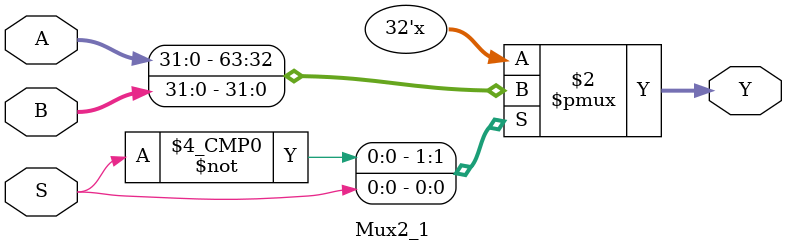
<source format=v>
`timescale 1ns / 1ps

module Mux2_1 #(parameter n=32)(
    input [n-1:0] A,
    input [n-1:0] B,
    input S,
    output reg [n-1:0] Y
    );
    
    always@(A,B,S)
    begin
    case(S)
    0: Y=A;
    1: Y=B;
//    default:Y=A;
    endcase
    end
    
endmodule
</source>
